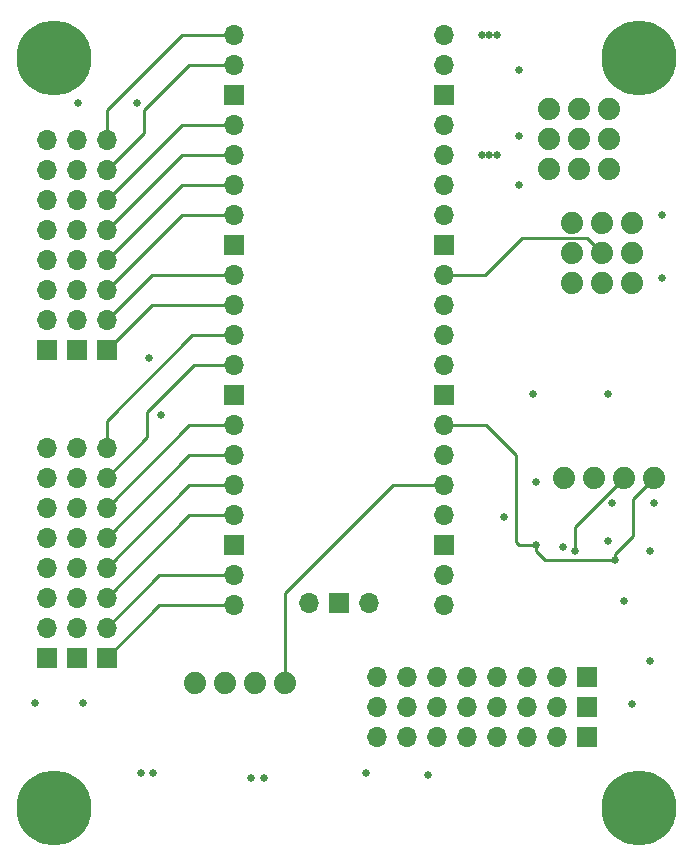
<source format=gbr>
%TF.GenerationSoftware,KiCad,Pcbnew,(5.1.9)-1*%
%TF.CreationDate,2022-01-19T20:33:04-05:00*%
%TF.ProjectId,gamepad_alpha,67616d65-7061-4645-9f61-6c7068612e6b,rev?*%
%TF.SameCoordinates,Original*%
%TF.FileFunction,Copper,L4,Bot*%
%TF.FilePolarity,Positive*%
%FSLAX46Y46*%
G04 Gerber Fmt 4.6, Leading zero omitted, Abs format (unit mm)*
G04 Created by KiCad (PCBNEW (5.1.9)-1) date 2022-01-19 20:33:04*
%MOMM*%
%LPD*%
G01*
G04 APERTURE LIST*
%TA.AperFunction,ComponentPad*%
%ADD10C,1.879600*%
%TD*%
%TA.AperFunction,ComponentPad*%
%ADD11O,1.700000X1.700000*%
%TD*%
%TA.AperFunction,ComponentPad*%
%ADD12R,1.700000X1.700000*%
%TD*%
%TA.AperFunction,ComponentPad*%
%ADD13C,6.350000*%
%TD*%
%TA.AperFunction,ViaPad*%
%ADD14C,0.660400*%
%TD*%
%TA.AperFunction,Conductor*%
%ADD15C,0.254000*%
%TD*%
G04 APERTURE END LIST*
D10*
%TO.P,J19,4*%
%TO.N,/PICO_I2C0_SCL*%
X68580000Y-162560000D03*
%TO.P,J19,3*%
%TO.N,/PICO_I2C0_SDA*%
X66040000Y-162560000D03*
%TO.P,J19,2*%
%TO.N,+3V3*%
X63500000Y-162560000D03*
%TO.P,J19,1*%
%TO.N,GND*%
X60960000Y-162560000D03*
%TD*%
%TO.P,J13,3*%
%TO.N,/5V0*%
X64770000Y-131318000D03*
%TO.P,J13,2*%
X62230000Y-131318000D03*
%TO.P,J13,1*%
X59690000Y-131318000D03*
%TD*%
%TO.P,J12,3*%
%TO.N,+3V3*%
X64770000Y-136398000D03*
%TO.P,J12,2*%
X62230000Y-136398000D03*
%TO.P,J12,1*%
X59690000Y-136398000D03*
%TD*%
%TO.P,J11,3*%
%TO.N,GND*%
X64770000Y-133858000D03*
%TO.P,J11,2*%
X62230000Y-133858000D03*
%TO.P,J11,1*%
X59690000Y-133858000D03*
%TD*%
D11*
%TO.P,U1,43*%
%TO.N,Net-(U1-Pad43)*%
X44450000Y-173125000D03*
D12*
%TO.P,U1,42*%
%TO.N,GND*%
X41910000Y-173125000D03*
D11*
%TO.P,U1,41*%
%TO.N,Net-(U1-Pad41)*%
X39370000Y-173125000D03*
%TO.P,U1,40*%
%TO.N,/5V0*%
X50800000Y-125095000D03*
%TO.P,U1,39*%
%TO.N,Net-(U1-Pad39)*%
X50800000Y-127635000D03*
D12*
%TO.P,U1,38*%
%TO.N,GND*%
X50800000Y-130175000D03*
D11*
%TO.P,U1,37*%
%TO.N,Net-(U1-Pad37)*%
X50800000Y-132715000D03*
%TO.P,U1,36*%
%TO.N,+3V3*%
X50800000Y-135255000D03*
%TO.P,U1,35*%
%TO.N,/PICO_ADC_REF*%
X50800000Y-137795000D03*
%TO.P,U1,34*%
%TO.N,/PICO_ADC2*%
X50800000Y-140335000D03*
D12*
%TO.P,U1,33*%
%TO.N,GND*%
X50800000Y-142875000D03*
D11*
%TO.P,U1,32*%
%TO.N,/PICO_ADC1*%
X50800000Y-145415000D03*
%TO.P,U1,31*%
%TO.N,/PICO_ADC0*%
X50800000Y-147955000D03*
%TO.P,U1,30*%
%TO.N,/PICO_RUN*%
X50800000Y-150495000D03*
%TO.P,U1,29*%
%TO.N,/PICO_GP22*%
X50800000Y-153035000D03*
D12*
%TO.P,U1,28*%
%TO.N,GND*%
X50800000Y-155575000D03*
D11*
%TO.P,U1,27*%
%TO.N,/PICO_I2C0_SCL*%
X50800000Y-158115000D03*
%TO.P,U1,26*%
%TO.N,/PICO_I2C0_SDA*%
X50800000Y-160655000D03*
%TO.P,U1,25*%
%TO.N,/PICO_I2C1_SCL*%
X50800000Y-163195000D03*
%TO.P,U1,24*%
%TO.N,/PICO_I2C1_SDA*%
X50800000Y-165735000D03*
D12*
%TO.P,U1,23*%
%TO.N,GND*%
X50800000Y-168275000D03*
D11*
%TO.P,U1,22*%
%TO.N,/PICO_GP17*%
X50800000Y-170815000D03*
%TO.P,U1,21*%
%TO.N,/PICO_GP16*%
X50800000Y-173355000D03*
%TO.P,U1,20*%
%TO.N,/PICO_GP15*%
X33020000Y-173355000D03*
%TO.P,U1,19*%
%TO.N,/PICO_GP14*%
X33020000Y-170815000D03*
D12*
%TO.P,U1,18*%
%TO.N,GND*%
X33020000Y-168275000D03*
D11*
%TO.P,U1,17*%
%TO.N,/PICO_GP13*%
X33020000Y-165735000D03*
%TO.P,U1,16*%
%TO.N,/PICO_GP12*%
X33020000Y-163195000D03*
%TO.P,U1,15*%
%TO.N,/PICO_GP11*%
X33020000Y-160655000D03*
%TO.P,U1,14*%
%TO.N,/PICO_GP10*%
X33020000Y-158115000D03*
D12*
%TO.P,U1,13*%
%TO.N,GND*%
X33020000Y-155575000D03*
D11*
%TO.P,U1,12*%
%TO.N,/PICO_GP9*%
X33020000Y-153035000D03*
%TO.P,U1,11*%
%TO.N,/PICO_GP8*%
X33020000Y-150495000D03*
%TO.P,U1,10*%
%TO.N,/PICO_GP7*%
X33020000Y-147955000D03*
%TO.P,U1,9*%
%TO.N,/PICO_GP6*%
X33020000Y-145415000D03*
D12*
%TO.P,U1,8*%
%TO.N,GND*%
X33020000Y-142875000D03*
D11*
%TO.P,U1,7*%
%TO.N,/PICO_GP5*%
X33020000Y-140335000D03*
%TO.P,U1,6*%
%TO.N,/PICO_GP4*%
X33020000Y-137795000D03*
%TO.P,U1,5*%
%TO.N,/PICO_GP3*%
X33020000Y-135255000D03*
%TO.P,U1,4*%
%TO.N,/PICO_GP2*%
X33020000Y-132715000D03*
D12*
%TO.P,U1,3*%
%TO.N,GND*%
X33020000Y-130175000D03*
D11*
%TO.P,U1,2*%
%TO.N,/PICO_GP1*%
X33020000Y-127635000D03*
%TO.P,U1,1*%
%TO.N,/PICO_GP0*%
X33020000Y-125095000D03*
%TD*%
D10*
%TO.P,J18,4*%
%TO.N,/PICO_I2C1_SCL*%
X37338000Y-179959000D03*
%TO.P,J18,3*%
%TO.N,/PICO_I2C1_SDA*%
X34798000Y-179959000D03*
%TO.P,J18,2*%
%TO.N,+3V3*%
X32258000Y-179959000D03*
%TO.P,J18,1*%
%TO.N,GND*%
X29718000Y-179959000D03*
%TD*%
D13*
%TO.P,H4,P1*%
%TO.N,Net-(H4-PadP1)*%
X67310000Y-190500000D03*
%TD*%
%TO.P,H3,P1*%
%TO.N,Net-(H3-PadP1)*%
X67310000Y-127000000D03*
%TD*%
%TO.P,H2,P1*%
%TO.N,GND*%
X17780000Y-190500000D03*
%TD*%
%TO.P,H1,P1*%
%TO.N,GND*%
X17780000Y-127000000D03*
%TD*%
D11*
%TO.P,J16,8*%
%TO.N,+3V3*%
X45085000Y-184531000D03*
%TO.P,J16,7*%
X47625000Y-184531000D03*
%TO.P,J16,6*%
X50165000Y-184531000D03*
%TO.P,J16,5*%
X52705000Y-184531000D03*
%TO.P,J16,4*%
X55245000Y-184531000D03*
%TO.P,J16,3*%
X57785000Y-184531000D03*
%TO.P,J16,2*%
X60325000Y-184531000D03*
D12*
%TO.P,J16,1*%
X62865000Y-184531000D03*
%TD*%
D11*
%TO.P,J15,8*%
%TO.N,/ADC0*%
X45085000Y-179451000D03*
%TO.P,J15,7*%
%TO.N,/ADC1*%
X47625000Y-179451000D03*
%TO.P,J15,6*%
%TO.N,/ADC2*%
X50165000Y-179451000D03*
%TO.P,J15,5*%
%TO.N,/ADC3*%
X52705000Y-179451000D03*
%TO.P,J15,4*%
%TO.N,/ADC4*%
X55245000Y-179451000D03*
%TO.P,J15,3*%
%TO.N,/ADC5*%
X57785000Y-179451000D03*
%TO.P,J15,2*%
%TO.N,/ADC6*%
X60325000Y-179451000D03*
D12*
%TO.P,J15,1*%
%TO.N,/ADC7*%
X62865000Y-179451000D03*
%TD*%
D11*
%TO.P,J14,8*%
%TO.N,GND*%
X45085000Y-181991000D03*
%TO.P,J14,7*%
X47625000Y-181991000D03*
%TO.P,J14,6*%
X50165000Y-181991000D03*
%TO.P,J14,5*%
X52705000Y-181991000D03*
%TO.P,J14,4*%
X55245000Y-181991000D03*
%TO.P,J14,3*%
X57785000Y-181991000D03*
%TO.P,J14,2*%
X60325000Y-181991000D03*
D12*
%TO.P,J14,1*%
X62865000Y-181991000D03*
%TD*%
D11*
%TO.P,J10,8*%
%TO.N,/PICO_GP8*%
X22225000Y-160020000D03*
%TO.P,J10,7*%
%TO.N,/PICO_GP9*%
X22225000Y-162560000D03*
%TO.P,J10,6*%
%TO.N,/PICO_GP10*%
X22225000Y-165100000D03*
%TO.P,J10,5*%
%TO.N,/PICO_GP11*%
X22225000Y-167640000D03*
%TO.P,J10,4*%
%TO.N,/PICO_GP12*%
X22225000Y-170180000D03*
%TO.P,J10,3*%
%TO.N,/PICO_GP13*%
X22225000Y-172720000D03*
%TO.P,J10,2*%
%TO.N,/PICO_GP14*%
X22225000Y-175260000D03*
D12*
%TO.P,J10,1*%
%TO.N,/PICO_GP15*%
X22225000Y-177800000D03*
%TD*%
D11*
%TO.P,J9,8*%
%TO.N,/PICO_GP0*%
X22225000Y-133985000D03*
%TO.P,J9,7*%
%TO.N,/PICO_GP1*%
X22225000Y-136525000D03*
%TO.P,J9,6*%
%TO.N,/PICO_GP2*%
X22225000Y-139065000D03*
%TO.P,J9,5*%
%TO.N,/PICO_GP3*%
X22225000Y-141605000D03*
%TO.P,J9,4*%
%TO.N,/PICO_GP4*%
X22225000Y-144145000D03*
%TO.P,J9,3*%
%TO.N,/PICO_GP5*%
X22225000Y-146685000D03*
%TO.P,J9,2*%
%TO.N,/PICO_GP6*%
X22225000Y-149225000D03*
D12*
%TO.P,J9,1*%
%TO.N,/PICO_GP7*%
X22225000Y-151765000D03*
%TD*%
D11*
%TO.P,J8,8*%
%TO.N,+3V3*%
X19685000Y-133985000D03*
%TO.P,J8,7*%
X19685000Y-136525000D03*
%TO.P,J8,6*%
X19685000Y-139065000D03*
%TO.P,J8,5*%
X19685000Y-141605000D03*
%TO.P,J8,4*%
X19685000Y-144145000D03*
%TO.P,J8,3*%
X19685000Y-146685000D03*
%TO.P,J8,2*%
X19685000Y-149225000D03*
D12*
%TO.P,J8,1*%
X19685000Y-151765000D03*
%TD*%
D11*
%TO.P,J7,8*%
%TO.N,+3V3*%
X19685000Y-160020000D03*
%TO.P,J7,7*%
X19685000Y-162560000D03*
%TO.P,J7,6*%
X19685000Y-165100000D03*
%TO.P,J7,5*%
X19685000Y-167640000D03*
%TO.P,J7,4*%
X19685000Y-170180000D03*
%TO.P,J7,3*%
X19685000Y-172720000D03*
%TO.P,J7,2*%
X19685000Y-175260000D03*
D12*
%TO.P,J7,1*%
X19685000Y-177800000D03*
%TD*%
D11*
%TO.P,J2,8*%
%TO.N,GND*%
X17145000Y-133985000D03*
%TO.P,J2,7*%
X17145000Y-136525000D03*
%TO.P,J2,6*%
X17145000Y-139065000D03*
%TO.P,J2,5*%
X17145000Y-141605000D03*
%TO.P,J2,4*%
X17145000Y-144145000D03*
%TO.P,J2,3*%
X17145000Y-146685000D03*
%TO.P,J2,2*%
X17145000Y-149225000D03*
D12*
%TO.P,J2,1*%
X17145000Y-151765000D03*
%TD*%
D11*
%TO.P,J1,8*%
%TO.N,GND*%
X17145000Y-160020000D03*
%TO.P,J1,7*%
X17145000Y-162560000D03*
%TO.P,J1,6*%
X17145000Y-165100000D03*
%TO.P,J1,5*%
X17145000Y-167640000D03*
%TO.P,J1,4*%
X17145000Y-170180000D03*
%TO.P,J1,3*%
X17145000Y-172720000D03*
%TO.P,J1,2*%
X17145000Y-175260000D03*
D12*
%TO.P,J1,1*%
X17145000Y-177800000D03*
%TD*%
D10*
%TO.P,J5,3*%
%TO.N,GND*%
X66675000Y-146050000D03*
%TO.P,J5,2*%
%TO.N,/PICO_ADC2*%
X66675000Y-143510000D03*
%TO.P,J5,1*%
%TO.N,+3V3*%
X66675000Y-140970000D03*
%TD*%
%TO.P,J4,3*%
%TO.N,GND*%
X64135000Y-146050000D03*
%TO.P,J4,2*%
%TO.N,/PICO_ADC1*%
X64135000Y-143510000D03*
%TO.P,J4,1*%
%TO.N,+3V3*%
X64135000Y-140970000D03*
%TD*%
%TO.P,J3,3*%
%TO.N,GND*%
X61595000Y-146050000D03*
%TO.P,J3,2*%
%TO.N,/PICO_ADC0*%
X61595000Y-143510000D03*
%TO.P,J3,1*%
%TO.N,+3V3*%
X61595000Y-140970000D03*
%TD*%
D14*
%TO.N,/PICO_I2C0_SCL*%
X58547000Y-168275000D03*
%TO.N,GND*%
X60833000Y-168402000D03*
%TO.N,+3V3*%
X68199000Y-178054000D03*
%TO.N,GND*%
X66675000Y-181737000D03*
X26797000Y-157226000D03*
X19812000Y-130810000D03*
%TO.N,/5V0*%
X57150000Y-128016000D03*
%TO.N,GND*%
X57150000Y-133604000D03*
X34417000Y-187960000D03*
%TO.N,+3V3*%
X35560000Y-187960000D03*
%TO.N,GND*%
X25146000Y-187579000D03*
%TO.N,+3V3*%
X26162000Y-187579000D03*
%TO.N,GND*%
X16129000Y-181610000D03*
%TO.N,+3V3*%
X20193000Y-181610000D03*
X55880000Y-165862000D03*
X25781000Y-152400000D03*
X24765000Y-130810000D03*
X57150000Y-137795000D03*
X69215000Y-140335000D03*
%TO.N,GND*%
X69215000Y-145669000D03*
X58547000Y-162941000D03*
X49403000Y-187706000D03*
X58298000Y-155443000D03*
X64648000Y-155443000D03*
X64643000Y-167894000D03*
X68199000Y-168783000D03*
%TO.N,+3V3*%
X65024000Y-164719000D03*
X66040000Y-172974000D03*
X68580000Y-164719000D03*
X44196000Y-187579000D03*
X55245000Y-135255000D03*
X54610000Y-135255000D03*
X53975000Y-135255000D03*
%TO.N,/5V0*%
X53975000Y-125095000D03*
X54610000Y-125095000D03*
X55245000Y-125095000D03*
%TO.N,/PICO_I2C0_SCL*%
X65278000Y-169545000D03*
%TO.N,/PICO_I2C0_SDA*%
X61849000Y-168783000D03*
%TD*%
D15*
%TO.N,/PICO_ADC1*%
X62865000Y-142240000D02*
X64135000Y-143510000D01*
X57404000Y-142240000D02*
X62865000Y-142240000D01*
X54229000Y-145415000D02*
X57404000Y-142240000D01*
X50800000Y-145415000D02*
X54229000Y-145415000D01*
%TO.N,/PICO_I2C1_SCL*%
X46482000Y-163195000D02*
X47752000Y-163195000D01*
X37338000Y-172339000D02*
X46482000Y-163195000D01*
X37338000Y-179959000D02*
X37338000Y-172339000D01*
X47752000Y-163195000D02*
X50800000Y-163195000D01*
X47560998Y-163195000D02*
X47752000Y-163195000D01*
%TO.N,/PICO_GP0*%
X33020000Y-125095000D02*
X28575000Y-125095000D01*
X22225000Y-131445000D02*
X22225000Y-133985000D01*
X28575000Y-125095000D02*
X22225000Y-131445000D01*
%TO.N,/PICO_GP1*%
X33020000Y-127635000D02*
X29210000Y-127635000D01*
X29210000Y-127635000D02*
X25400000Y-131445000D01*
X25400000Y-133350000D02*
X22225000Y-136525000D01*
X25400000Y-131445000D02*
X25400000Y-133350000D01*
%TO.N,/PICO_GP2*%
X28575000Y-132715000D02*
X22225000Y-139065000D01*
X33020000Y-132715000D02*
X28575000Y-132715000D01*
%TO.N,/PICO_GP3*%
X28575000Y-135255000D02*
X22225000Y-141605000D01*
X33020000Y-135255000D02*
X28575000Y-135255000D01*
%TO.N,/PICO_GP4*%
X28575000Y-137795000D02*
X22225000Y-144145000D01*
X33020000Y-137795000D02*
X28575000Y-137795000D01*
%TO.N,/PICO_GP5*%
X28575000Y-140335000D02*
X22225000Y-146685000D01*
X33020000Y-140335000D02*
X28575000Y-140335000D01*
%TO.N,/PICO_GP6*%
X26035000Y-145415000D02*
X22225000Y-149225000D01*
X33020000Y-145415000D02*
X26035000Y-145415000D01*
%TO.N,/PICO_GP7*%
X26035000Y-147955000D02*
X22225000Y-151765000D01*
X33020000Y-147955000D02*
X26035000Y-147955000D01*
%TO.N,/PICO_GP8*%
X29464000Y-150495000D02*
X22225000Y-157734000D01*
X22225000Y-157734000D02*
X22225000Y-160020000D01*
X33020000Y-150495000D02*
X29464000Y-150495000D01*
%TO.N,/PICO_GP9*%
X25654000Y-159131000D02*
X22225000Y-162560000D01*
X25654000Y-156972000D02*
X25654000Y-159131000D01*
X29591000Y-153035000D02*
X25654000Y-156972000D01*
X33020000Y-153035000D02*
X29591000Y-153035000D01*
%TO.N,/PICO_GP10*%
X29210000Y-158115000D02*
X22225000Y-165100000D01*
X33020000Y-158115000D02*
X29210000Y-158115000D01*
%TO.N,/PICO_GP11*%
X29210000Y-160655000D02*
X22225000Y-167640000D01*
X33020000Y-160655000D02*
X29210000Y-160655000D01*
%TO.N,/PICO_GP12*%
X29210000Y-163195000D02*
X22225000Y-170180000D01*
X33020000Y-163195000D02*
X29210000Y-163195000D01*
%TO.N,/PICO_GP13*%
X29210000Y-165735000D02*
X22225000Y-172720000D01*
X33020000Y-165735000D02*
X29210000Y-165735000D01*
%TO.N,/PICO_GP14*%
X26670000Y-170815000D02*
X22225000Y-175260000D01*
X33020000Y-170815000D02*
X26670000Y-170815000D01*
%TO.N,/PICO_GP15*%
X26670000Y-173355000D02*
X22225000Y-177800000D01*
X33020000Y-173355000D02*
X26670000Y-173355000D01*
%TO.N,/PICO_I2C0_SCL*%
X56859001Y-160618001D02*
X56859001Y-167984001D01*
X54356000Y-158115000D02*
X56859001Y-160618001D01*
X50800000Y-158115000D02*
X54356000Y-158115000D01*
X57150000Y-168275000D02*
X56859001Y-167984001D01*
X58547000Y-168275000D02*
X57150000Y-168275000D01*
X58547000Y-168783000D02*
X58547000Y-168275000D01*
X59309000Y-169545000D02*
X58547000Y-168783000D01*
X65278000Y-169545000D02*
X59309000Y-169545000D01*
X65278000Y-169545000D02*
X65278000Y-168979315D01*
X65278000Y-168979315D02*
X66802000Y-167455315D01*
X66802000Y-164338000D02*
X68580000Y-162560000D01*
X66802000Y-167455315D02*
X66802000Y-164338000D01*
%TO.N,/PICO_I2C0_SDA*%
X50800000Y-160655000D02*
X50800000Y-161036000D01*
X61849000Y-166751000D02*
X66040000Y-162560000D01*
X61849000Y-168783000D02*
X61849000Y-166751000D01*
%TD*%
M02*

</source>
